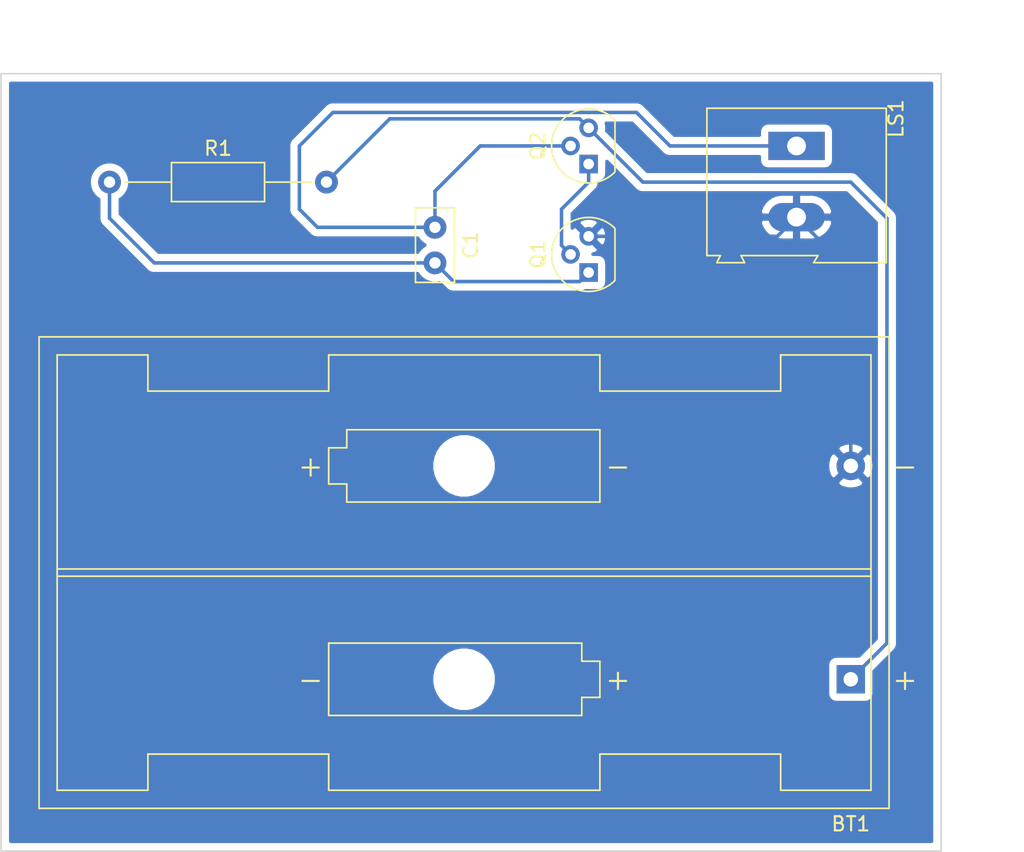
<source format=kicad_pcb>
(kicad_pcb (version 20171130) (host pcbnew 5.1.6-c6e7f7d~86~ubuntu20.04.1)

  (general
    (thickness 1.6)
    (drawings 6)
    (tracks 32)
    (zones 0)
    (modules 6)
    (nets 6)
  )

  (page A4)
  (title_block
    (title Oscilador)
    (date 2020-07-13)
    (company "ISFDyT N213")
    (comment 1 "Lucas Martín Treser")
    (comment 2 "Programación Domótica I")
  )

  (layers
    (0 F.Cu signal)
    (31 B.Cu signal)
    (32 B.Adhes user)
    (33 F.Adhes user)
    (34 B.Paste user)
    (35 F.Paste user)
    (36 B.SilkS user)
    (37 F.SilkS user)
    (38 B.Mask user)
    (39 F.Mask user)
    (40 Dwgs.User user)
    (41 Cmts.User user)
    (42 Eco1.User user)
    (43 Eco2.User user)
    (44 Edge.Cuts user)
    (45 Margin user)
    (46 B.CrtYd user)
    (47 F.CrtYd user)
    (48 B.Fab user)
    (49 F.Fab user)
  )

  (setup
    (last_trace_width 0.25)
    (user_trace_width 0.5)
    (trace_clearance 0.2)
    (zone_clearance 0.508)
    (zone_45_only no)
    (trace_min 0.2)
    (via_size 0.8)
    (via_drill 0.4)
    (via_min_size 0.4)
    (via_min_drill 0.3)
    (uvia_size 0.3)
    (uvia_drill 0.1)
    (uvias_allowed no)
    (uvia_min_size 0.2)
    (uvia_min_drill 0.1)
    (edge_width 0.05)
    (segment_width 0.2)
    (pcb_text_width 0.3)
    (pcb_text_size 1.5 1.5)
    (mod_edge_width 0.12)
    (mod_text_size 1 1)
    (mod_text_width 0.15)
    (pad_size 1.524 1.524)
    (pad_drill 0.762)
    (pad_to_mask_clearance 0.05)
    (aux_axis_origin 0 0)
    (visible_elements FFFFFF7F)
    (pcbplotparams
      (layerselection 0x010fc_ffffffff)
      (usegerberextensions false)
      (usegerberattributes true)
      (usegerberadvancedattributes true)
      (creategerberjobfile true)
      (excludeedgelayer true)
      (linewidth 0.100000)
      (plotframeref false)
      (viasonmask false)
      (mode 1)
      (useauxorigin false)
      (hpglpennumber 1)
      (hpglpenspeed 20)
      (hpglpendiameter 15.000000)
      (psnegative false)
      (psa4output false)
      (plotreference true)
      (plotvalue true)
      (plotinvisibletext false)
      (padsonsilk false)
      (subtractmaskfromsilk false)
      (outputformat 1)
      (mirror false)
      (drillshape 1)
      (scaleselection 1)
      (outputdirectory ""))
  )

  (net 0 "")
  (net 1 "Net-(BT1-Pad2)")
  (net 2 "Net-(BT1-Pad1)")
  (net 3 "Net-(C1-Pad2)")
  (net 4 "Net-(C1-Pad1)")
  (net 5 "Net-(Q1-Pad2)")

  (net_class Default "This is the default net class."
    (clearance 0.2)
    (trace_width 0.25)
    (via_dia 0.8)
    (via_drill 0.4)
    (uvia_dia 0.3)
    (uvia_drill 0.1)
    (add_net "Net-(BT1-Pad1)")
    (add_net "Net-(BT1-Pad2)")
    (add_net "Net-(C1-Pad1)")
    (add_net "Net-(C1-Pad2)")
    (add_net "Net-(Q1-Pad2)")
  )

  (module Resistor_THT:R_Axial_DIN0207_L6.3mm_D2.5mm_P15.24mm_Horizontal (layer F.Cu) (tedit 5AE5139B) (tstamp 5F0D1031)
    (at 116.205 80.645)
    (descr "Resistor, Axial_DIN0207 series, Axial, Horizontal, pin pitch=15.24mm, 0.25W = 1/4W, length*diameter=6.3*2.5mm^2, http://cdn-reichelt.de/documents/datenblatt/B400/1_4W%23YAG.pdf")
    (tags "Resistor Axial_DIN0207 series Axial Horizontal pin pitch 15.24mm 0.25W = 1/4W length 6.3mm diameter 2.5mm")
    (path /5F0CCA16)
    (fp_text reference R1 (at 7.62 -2.37) (layer F.SilkS)
      (effects (font (size 1 1) (thickness 0.15)))
    )
    (fp_text value 39k (at 7.62 2.37) (layer F.Fab)
      (effects (font (size 1 1) (thickness 0.15)))
    )
    (fp_text user %R (at 7.62 0) (layer F.Fab)
      (effects (font (size 1 1) (thickness 0.15)))
    )
    (fp_line (start 4.47 -1.25) (end 4.47 1.25) (layer F.Fab) (width 0.1))
    (fp_line (start 4.47 1.25) (end 10.77 1.25) (layer F.Fab) (width 0.1))
    (fp_line (start 10.77 1.25) (end 10.77 -1.25) (layer F.Fab) (width 0.1))
    (fp_line (start 10.77 -1.25) (end 4.47 -1.25) (layer F.Fab) (width 0.1))
    (fp_line (start 0 0) (end 4.47 0) (layer F.Fab) (width 0.1))
    (fp_line (start 15.24 0) (end 10.77 0) (layer F.Fab) (width 0.1))
    (fp_line (start 4.35 -1.37) (end 4.35 1.37) (layer F.SilkS) (width 0.12))
    (fp_line (start 4.35 1.37) (end 10.89 1.37) (layer F.SilkS) (width 0.12))
    (fp_line (start 10.89 1.37) (end 10.89 -1.37) (layer F.SilkS) (width 0.12))
    (fp_line (start 10.89 -1.37) (end 4.35 -1.37) (layer F.SilkS) (width 0.12))
    (fp_line (start 1.04 0) (end 4.35 0) (layer F.SilkS) (width 0.12))
    (fp_line (start 14.2 0) (end 10.89 0) (layer F.SilkS) (width 0.12))
    (fp_line (start -1.05 -1.5) (end -1.05 1.5) (layer F.CrtYd) (width 0.05))
    (fp_line (start -1.05 1.5) (end 16.29 1.5) (layer F.CrtYd) (width 0.05))
    (fp_line (start 16.29 1.5) (end 16.29 -1.5) (layer F.CrtYd) (width 0.05))
    (fp_line (start 16.29 -1.5) (end -1.05 -1.5) (layer F.CrtYd) (width 0.05))
    (pad 2 thru_hole oval (at 15.24 0) (size 1.6 1.6) (drill 0.8) (layers *.Cu *.Mask)
      (net 2 "Net-(BT1-Pad1)"))
    (pad 1 thru_hole circle (at 0 0) (size 1.6 1.6) (drill 0.8) (layers *.Cu *.Mask)
      (net 3 "Net-(C1-Pad2)"))
    (model ${KISYS3DMOD}/Resistor_THT.3dshapes/R_Axial_DIN0207_L6.3mm_D2.5mm_P15.24mm_Horizontal.wrl
      (at (xyz 0 0 0))
      (scale (xyz 1 1 1))
      (rotate (xyz 0 0 0))
    )
  )

  (module Package_TO_SOT_THT:TO-92 (layer F.Cu) (tedit 5A279852) (tstamp 5F0D101A)
    (at 149.86 79.375 90)
    (descr "TO-92 leads molded, narrow, drill 0.75mm (see NXP sot054_po.pdf)")
    (tags "to-92 sc-43 sc-43a sot54 PA33 transistor")
    (path /5F0CB7E9)
    (fp_text reference Q2 (at 1.27 -3.56 90) (layer F.SilkS)
      (effects (font (size 1 1) (thickness 0.15)))
    )
    (fp_text value BC327 (at 1.915 3.295 90) (layer F.Fab)
      (effects (font (size 1 1) (thickness 0.15)))
    )
    (fp_arc (start 1.27 0) (end 1.27 -2.6) (angle 135) (layer F.SilkS) (width 0.12))
    (fp_arc (start 1.27 0) (end 1.27 -2.48) (angle -135) (layer F.Fab) (width 0.1))
    (fp_arc (start 1.27 0) (end 1.27 -2.6) (angle -135) (layer F.SilkS) (width 0.12))
    (fp_arc (start 1.27 0) (end 1.27 -2.48) (angle 135) (layer F.Fab) (width 0.1))
    (fp_text user %R (at 1.27 -3.56 90) (layer F.Fab)
      (effects (font (size 1 1) (thickness 0.15)))
    )
    (fp_line (start -0.53 1.85) (end 3.07 1.85) (layer F.SilkS) (width 0.12))
    (fp_line (start -0.5 1.75) (end 3 1.75) (layer F.Fab) (width 0.1))
    (fp_line (start -1.46 -2.73) (end 4 -2.73) (layer F.CrtYd) (width 0.05))
    (fp_line (start -1.46 -2.73) (end -1.46 2.01) (layer F.CrtYd) (width 0.05))
    (fp_line (start 4 2.01) (end 4 -2.73) (layer F.CrtYd) (width 0.05))
    (fp_line (start 4 2.01) (end -1.46 2.01) (layer F.CrtYd) (width 0.05))
    (pad 1 thru_hole rect (at 0 0 180) (size 1.3 1.3) (drill 0.75) (layers *.Cu *.Mask)
      (net 5 "Net-(Q1-Pad2)"))
    (pad 3 thru_hole circle (at 2.54 0 180) (size 1.3 1.3) (drill 0.75) (layers *.Cu *.Mask)
      (net 2 "Net-(BT1-Pad1)"))
    (pad 2 thru_hole circle (at 1.27 -1.27 180) (size 1.3 1.3) (drill 0.75) (layers *.Cu *.Mask)
      (net 4 "Net-(C1-Pad1)"))
    (model ${KISYS3DMOD}/Package_TO_SOT_THT.3dshapes/TO-92.wrl
      (at (xyz 0 0 0))
      (scale (xyz 1 1 1))
      (rotate (xyz 0 0 0))
    )
  )

  (module Package_TO_SOT_THT:TO-92 (layer F.Cu) (tedit 5A279852) (tstamp 5F0D1008)
    (at 149.86 86.995 90)
    (descr "TO-92 leads molded, narrow, drill 0.75mm (see NXP sot054_po.pdf)")
    (tags "to-92 sc-43 sc-43a sot54 PA33 transistor")
    (path /5F0CAFED)
    (fp_text reference Q1 (at 1.27 -3.56 90) (layer F.SilkS)
      (effects (font (size 1 1) (thickness 0.15)))
    )
    (fp_text value BC548 (at 1.27 2.79 90) (layer F.Fab)
      (effects (font (size 1 1) (thickness 0.15)))
    )
    (fp_arc (start 1.27 0) (end 1.27 -2.6) (angle 135) (layer F.SilkS) (width 0.12))
    (fp_arc (start 1.27 0) (end 1.27 -2.48) (angle -135) (layer F.Fab) (width 0.1))
    (fp_arc (start 1.27 0) (end 1.27 -2.6) (angle -135) (layer F.SilkS) (width 0.12))
    (fp_arc (start 1.27 0) (end 1.27 -2.48) (angle 135) (layer F.Fab) (width 0.1))
    (fp_text user %R (at 1.27 -3.56 90) (layer F.Fab)
      (effects (font (size 1 1) (thickness 0.15)))
    )
    (fp_line (start -0.53 1.85) (end 3.07 1.85) (layer F.SilkS) (width 0.12))
    (fp_line (start -0.5 1.75) (end 3 1.75) (layer F.Fab) (width 0.1))
    (fp_line (start -1.46 -2.73) (end 4 -2.73) (layer F.CrtYd) (width 0.05))
    (fp_line (start -1.46 -2.73) (end -1.46 2.01) (layer F.CrtYd) (width 0.05))
    (fp_line (start 4 2.01) (end 4 -2.73) (layer F.CrtYd) (width 0.05))
    (fp_line (start 4 2.01) (end -1.46 2.01) (layer F.CrtYd) (width 0.05))
    (pad 1 thru_hole rect (at 0 0 180) (size 1.3 1.3) (drill 0.75) (layers *.Cu *.Mask)
      (net 3 "Net-(C1-Pad2)"))
    (pad 3 thru_hole circle (at 2.54 0 180) (size 1.3 1.3) (drill 0.75) (layers *.Cu *.Mask)
      (net 1 "Net-(BT1-Pad2)"))
    (pad 2 thru_hole circle (at 1.27 -1.27 180) (size 1.3 1.3) (drill 0.75) (layers *.Cu *.Mask)
      (net 5 "Net-(Q1-Pad2)"))
    (model ${KISYS3DMOD}/Package_TO_SOT_THT.3dshapes/TO-92.wrl
      (at (xyz 0 0 0))
      (scale (xyz 1 1 1))
      (rotate (xyz 0 0 0))
    )
  )

  (module TerminalBlock:TerminalBlock_Altech_AK300-2_P5.00mm (layer F.Cu) (tedit 59FF0306) (tstamp 5F0D0FF6)
    (at 164.465 78.105 270)
    (descr "Altech AK300 terminal block, pitch 5.0mm, 45 degree angled, see http://www.mouser.com/ds/2/16/PCBMETRC-24178.pdf")
    (tags "Altech AK300 terminal block pitch 5.0mm")
    (path /5F0CD158)
    (fp_text reference LS1 (at -1.92 -6.99 90) (layer F.SilkS)
      (effects (font (size 1 1) (thickness 0.15)))
    )
    (fp_text value Parlante (at 2.78 7.75 90) (layer F.Fab)
      (effects (font (size 1 1) (thickness 0.15)))
    )
    (fp_arc (start -1.13 -4.65) (end -1.42 -4.13) (angle 104.2) (layer F.Fab) (width 0.1))
    (fp_arc (start -0.01 -3.71) (end -1.62 -5) (angle 100) (layer F.Fab) (width 0.1))
    (fp_arc (start 0.06 -6.07) (end 1.53 -4.12) (angle 75.5) (layer F.Fab) (width 0.1))
    (fp_arc (start 1.03 -4.59) (end 1.53 -5.05) (angle 90.5) (layer F.Fab) (width 0.1))
    (fp_arc (start 3.87 -4.65) (end 3.58 -4.13) (angle 104.2) (layer F.Fab) (width 0.1))
    (fp_arc (start 4.99 -3.71) (end 3.39 -5) (angle 100) (layer F.Fab) (width 0.1))
    (fp_arc (start 5.07 -6.07) (end 6.53 -4.12) (angle 75.5) (layer F.Fab) (width 0.1))
    (fp_arc (start 6.03 -4.59) (end 6.54 -5.05) (angle 90.5) (layer F.Fab) (width 0.1))
    (fp_text user %R (at 2.5 -2 90) (layer F.Fab)
      (effects (font (size 1 1) (thickness 0.15)))
    )
    (fp_line (start -2.65 -6.3) (end -2.65 6.3) (layer F.SilkS) (width 0.12))
    (fp_line (start -2.65 6.3) (end 7.7 6.3) (layer F.SilkS) (width 0.12))
    (fp_line (start 7.7 6.3) (end 7.7 5.35) (layer F.SilkS) (width 0.12))
    (fp_line (start 7.7 5.35) (end 8.2 5.6) (layer F.SilkS) (width 0.12))
    (fp_line (start 8.2 5.6) (end 8.2 3.7) (layer F.SilkS) (width 0.12))
    (fp_line (start 8.2 3.7) (end 8.2 3.65) (layer F.SilkS) (width 0.12))
    (fp_line (start 8.2 3.65) (end 7.7 3.9) (layer F.SilkS) (width 0.12))
    (fp_line (start 7.7 3.9) (end 7.7 -1.5) (layer F.SilkS) (width 0.12))
    (fp_line (start 7.7 -1.5) (end 8.2 -1.2) (layer F.SilkS) (width 0.12))
    (fp_line (start 8.2 -1.2) (end 8.2 -6.3) (layer F.SilkS) (width 0.12))
    (fp_line (start 8.2 -6.3) (end -2.65 -6.3) (layer F.SilkS) (width 0.12))
    (fp_line (start -1.26 2.54) (end 1.28 2.54) (layer F.Fab) (width 0.1))
    (fp_line (start 1.28 2.54) (end 1.28 -0.25) (layer F.Fab) (width 0.1))
    (fp_line (start -1.26 -0.25) (end 1.28 -0.25) (layer F.Fab) (width 0.1))
    (fp_line (start -1.26 2.54) (end -1.26 -0.25) (layer F.Fab) (width 0.1))
    (fp_line (start 3.74 2.54) (end 6.28 2.54) (layer F.Fab) (width 0.1))
    (fp_line (start 6.28 2.54) (end 6.28 -0.25) (layer F.Fab) (width 0.1))
    (fp_line (start 3.74 -0.25) (end 6.28 -0.25) (layer F.Fab) (width 0.1))
    (fp_line (start 3.74 2.54) (end 3.74 -0.25) (layer F.Fab) (width 0.1))
    (fp_line (start 7.61 -6.22) (end 7.61 -3.17) (layer F.Fab) (width 0.1))
    (fp_line (start 7.61 -6.22) (end -2.58 -6.22) (layer F.Fab) (width 0.1))
    (fp_line (start 7.61 -6.22) (end 8.11 -6.22) (layer F.Fab) (width 0.1))
    (fp_line (start 8.11 -6.22) (end 8.11 -1.4) (layer F.Fab) (width 0.1))
    (fp_line (start 8.11 -1.4) (end 7.61 -1.65) (layer F.Fab) (width 0.1))
    (fp_line (start 8.11 5.46) (end 7.61 5.21) (layer F.Fab) (width 0.1))
    (fp_line (start 7.61 5.21) (end 7.61 6.22) (layer F.Fab) (width 0.1))
    (fp_line (start 8.11 3.81) (end 7.61 4.06) (layer F.Fab) (width 0.1))
    (fp_line (start 7.61 4.06) (end 7.61 5.21) (layer F.Fab) (width 0.1))
    (fp_line (start 8.11 3.81) (end 8.11 5.46) (layer F.Fab) (width 0.1))
    (fp_line (start 2.98 6.22) (end 2.98 4.32) (layer F.Fab) (width 0.1))
    (fp_line (start 7.05 -0.25) (end 7.05 4.32) (layer F.Fab) (width 0.1))
    (fp_line (start 2.98 6.22) (end 7.05 6.22) (layer F.Fab) (width 0.1))
    (fp_line (start 7.05 6.22) (end 7.61 6.22) (layer F.Fab) (width 0.1))
    (fp_line (start 2.04 6.22) (end 2.04 4.32) (layer F.Fab) (width 0.1))
    (fp_line (start 2.04 6.22) (end 2.98 6.22) (layer F.Fab) (width 0.1))
    (fp_line (start -2.02 -0.25) (end -2.02 4.32) (layer F.Fab) (width 0.1))
    (fp_line (start -2.58 6.22) (end -2.02 6.22) (layer F.Fab) (width 0.1))
    (fp_line (start -2.02 6.22) (end 2.04 6.22) (layer F.Fab) (width 0.1))
    (fp_line (start 2.98 4.32) (end 7.05 4.32) (layer F.Fab) (width 0.1))
    (fp_line (start 2.98 4.32) (end 2.98 -0.25) (layer F.Fab) (width 0.1))
    (fp_line (start 7.05 4.32) (end 7.05 6.22) (layer F.Fab) (width 0.1))
    (fp_line (start 2.04 4.32) (end -2.02 4.32) (layer F.Fab) (width 0.1))
    (fp_line (start 2.04 4.32) (end 2.04 -0.25) (layer F.Fab) (width 0.1))
    (fp_line (start -2.02 4.32) (end -2.02 6.22) (layer F.Fab) (width 0.1))
    (fp_line (start 6.67 3.68) (end 6.67 0.51) (layer F.Fab) (width 0.1))
    (fp_line (start 6.67 3.68) (end 3.36 3.68) (layer F.Fab) (width 0.1))
    (fp_line (start 3.36 3.68) (end 3.36 0.51) (layer F.Fab) (width 0.1))
    (fp_line (start 1.66 3.68) (end 1.66 0.51) (layer F.Fab) (width 0.1))
    (fp_line (start 1.66 3.68) (end -1.64 3.68) (layer F.Fab) (width 0.1))
    (fp_line (start -1.64 3.68) (end -1.64 0.51) (layer F.Fab) (width 0.1))
    (fp_line (start -1.64 0.51) (end -1.26 0.51) (layer F.Fab) (width 0.1))
    (fp_line (start 1.66 0.51) (end 1.28 0.51) (layer F.Fab) (width 0.1))
    (fp_line (start 3.36 0.51) (end 3.74 0.51) (layer F.Fab) (width 0.1))
    (fp_line (start 6.67 0.51) (end 6.28 0.51) (layer F.Fab) (width 0.1))
    (fp_line (start -2.58 6.22) (end -2.58 -0.64) (layer F.Fab) (width 0.1))
    (fp_line (start -2.58 -0.64) (end -2.58 -3.17) (layer F.Fab) (width 0.1))
    (fp_line (start 7.61 -1.65) (end 7.61 -0.64) (layer F.Fab) (width 0.1))
    (fp_line (start 7.61 -0.64) (end 7.61 4.06) (layer F.Fab) (width 0.1))
    (fp_line (start -2.58 -3.17) (end 7.61 -3.17) (layer F.Fab) (width 0.1))
    (fp_line (start -2.58 -3.17) (end -2.58 -6.22) (layer F.Fab) (width 0.1))
    (fp_line (start 7.61 -3.17) (end 7.61 -1.65) (layer F.Fab) (width 0.1))
    (fp_line (start 2.98 -3.43) (end 2.98 -5.97) (layer F.Fab) (width 0.1))
    (fp_line (start 2.98 -5.97) (end 7.05 -5.97) (layer F.Fab) (width 0.1))
    (fp_line (start 7.05 -5.97) (end 7.05 -3.43) (layer F.Fab) (width 0.1))
    (fp_line (start 7.05 -3.43) (end 2.98 -3.43) (layer F.Fab) (width 0.1))
    (fp_line (start 2.04 -3.43) (end 2.04 -5.97) (layer F.Fab) (width 0.1))
    (fp_line (start 2.04 -3.43) (end -2.02 -3.43) (layer F.Fab) (width 0.1))
    (fp_line (start -2.02 -3.43) (end -2.02 -5.97) (layer F.Fab) (width 0.1))
    (fp_line (start 2.04 -5.97) (end -2.02 -5.97) (layer F.Fab) (width 0.1))
    (fp_line (start 3.39 -4.45) (end 6.44 -5.08) (layer F.Fab) (width 0.1))
    (fp_line (start 3.52 -4.32) (end 6.56 -4.95) (layer F.Fab) (width 0.1))
    (fp_line (start -1.62 -4.45) (end 1.44 -5.08) (layer F.Fab) (width 0.1))
    (fp_line (start -1.49 -4.32) (end 1.56 -4.95) (layer F.Fab) (width 0.1))
    (fp_line (start -2.02 -0.25) (end -1.64 -0.25) (layer F.Fab) (width 0.1))
    (fp_line (start 2.04 -0.25) (end 1.66 -0.25) (layer F.Fab) (width 0.1))
    (fp_line (start 1.66 -0.25) (end -1.64 -0.25) (layer F.Fab) (width 0.1))
    (fp_line (start -2.58 -0.64) (end -1.64 -0.64) (layer F.Fab) (width 0.1))
    (fp_line (start -1.64 -0.64) (end 1.66 -0.64) (layer F.Fab) (width 0.1))
    (fp_line (start 1.66 -0.64) (end 3.36 -0.64) (layer F.Fab) (width 0.1))
    (fp_line (start 7.61 -0.64) (end 6.67 -0.64) (layer F.Fab) (width 0.1))
    (fp_line (start 6.67 -0.64) (end 3.36 -0.64) (layer F.Fab) (width 0.1))
    (fp_line (start 7.05 -0.25) (end 6.67 -0.25) (layer F.Fab) (width 0.1))
    (fp_line (start 2.98 -0.25) (end 3.36 -0.25) (layer F.Fab) (width 0.1))
    (fp_line (start 3.36 -0.25) (end 6.67 -0.25) (layer F.Fab) (width 0.1))
    (fp_line (start -2.83 -6.47) (end 8.36 -6.47) (layer F.CrtYd) (width 0.05))
    (fp_line (start -2.83 -6.47) (end -2.83 6.47) (layer F.CrtYd) (width 0.05))
    (fp_line (start 8.36 6.47) (end 8.36 -6.47) (layer F.CrtYd) (width 0.05))
    (fp_line (start 8.36 6.47) (end -2.83 6.47) (layer F.CrtYd) (width 0.05))
    (pad 2 thru_hole oval (at 5 0 270) (size 1.98 3.96) (drill 1.32) (layers *.Cu *.Mask)
      (net 1 "Net-(BT1-Pad2)"))
    (pad 1 thru_hole rect (at 0 0 270) (size 1.98 3.96) (drill 1.32) (layers *.Cu *.Mask)
      (net 4 "Net-(C1-Pad1)"))
    (model ${KISYS3DMOD}/TerminalBlock.3dshapes/TerminalBlock_Altech_AK300-2_P5.00mm.wrl
      (at (xyz 0 0 0))
      (scale (xyz 1 1 1))
      (rotate (xyz 0 0 0))
    )
  )

  (module Capacitor_THT:C_Disc_D5.0mm_W2.5mm_P2.50mm (layer F.Cu) (tedit 5AE50EF0) (tstamp 5F0D0F8F)
    (at 139.065 83.82 270)
    (descr "C, Disc series, Radial, pin pitch=2.50mm, , diameter*width=5*2.5mm^2, Capacitor, http://cdn-reichelt.de/documents/datenblatt/B300/DS_KERKO_TC.pdf")
    (tags "C Disc series Radial pin pitch 2.50mm  diameter 5mm width 2.5mm Capacitor")
    (path /5F0CBEF5)
    (fp_text reference C1 (at 1.25 -2.5 90) (layer F.SilkS)
      (effects (font (size 1 1) (thickness 0.15)))
    )
    (fp_text value 0.01µF (at 1.25 2.5 90) (layer F.Fab)
      (effects (font (size 1 1) (thickness 0.15)))
    )
    (fp_text user %R (at 1.25 0 90) (layer F.Fab)
      (effects (font (size 1 1) (thickness 0.15)))
    )
    (fp_line (start -1.25 -1.25) (end -1.25 1.25) (layer F.Fab) (width 0.1))
    (fp_line (start -1.25 1.25) (end 3.75 1.25) (layer F.Fab) (width 0.1))
    (fp_line (start 3.75 1.25) (end 3.75 -1.25) (layer F.Fab) (width 0.1))
    (fp_line (start 3.75 -1.25) (end -1.25 -1.25) (layer F.Fab) (width 0.1))
    (fp_line (start -1.37 -1.37) (end 3.87 -1.37) (layer F.SilkS) (width 0.12))
    (fp_line (start -1.37 1.37) (end 3.87 1.37) (layer F.SilkS) (width 0.12))
    (fp_line (start -1.37 -1.37) (end -1.37 1.37) (layer F.SilkS) (width 0.12))
    (fp_line (start 3.87 -1.37) (end 3.87 1.37) (layer F.SilkS) (width 0.12))
    (fp_line (start -1.5 -1.5) (end -1.5 1.5) (layer F.CrtYd) (width 0.05))
    (fp_line (start -1.5 1.5) (end 4 1.5) (layer F.CrtYd) (width 0.05))
    (fp_line (start 4 1.5) (end 4 -1.5) (layer F.CrtYd) (width 0.05))
    (fp_line (start 4 -1.5) (end -1.5 -1.5) (layer F.CrtYd) (width 0.05))
    (pad 2 thru_hole circle (at 2.5 0 270) (size 1.6 1.6) (drill 0.8) (layers *.Cu *.Mask)
      (net 3 "Net-(C1-Pad2)"))
    (pad 1 thru_hole circle (at 0 0 270) (size 1.6 1.6) (drill 0.8) (layers *.Cu *.Mask)
      (net 4 "Net-(C1-Pad1)"))
    (model ${KISYS3DMOD}/Capacitor_THT.3dshapes/C_Disc_D5.0mm_W2.5mm_P2.50mm.wrl
      (at (xyz 0 0 0))
      (scale (xyz 1 1 1))
      (rotate (xyz 0 0 0))
    )
  )

  (module Battery:BatteryHolder_Keystone_2462_2xAA (layer F.Cu) (tedit 5BB4D45D) (tstamp 5F0D0F7C)
    (at 168.275 115.57 180)
    (descr "2xAA cell battery holder, Keystone P/N 2462, https://www.keyelco.com/product-pdf.cfm?p=1027")
    (tags "AA battery cell holder")
    (path /5F0CD858)
    (fp_text reference BT1 (at 0 -10.16 180) (layer F.SilkS)
      (effects (font (size 1 1) (thickness 0.15)))
    )
    (fp_text value 3V (at 27.165 8.715) (layer F.Fab)
      (effects (font (size 1 1) (thickness 0.15)))
    )
    (fp_text user - (at -3.81 14.99) (layer F.SilkS)
      (effects (font (size 1.5 1.5) (thickness 0.15)))
    )
    (fp_text user + (at -3.81 0) (layer F.SilkS)
      (effects (font (size 1.5 1.5) (thickness 0.15)))
    )
    (fp_text user - (at 16.355 14.99) (layer F.SilkS)
      (effects (font (size 1.5 1.5) (thickness 0.15)))
    )
    (fp_text user + (at 37.945 14.99) (layer F.SilkS)
      (effects (font (size 1.5 1.5) (thickness 0.15)))
    )
    (fp_text user %R (at 0 -10.16) (layer F.Fab)
      (effects (font (size 1 1) (thickness 0.15)))
    )
    (fp_text user + (at 16.355 0) (layer F.SilkS)
      (effects (font (size 1.5 1.5) (thickness 0.15)))
    )
    (fp_text user - (at 37.945 0) (layer F.SilkS)
      (effects (font (size 1.5 1.5) (thickness 0.15)))
    )
    (fp_line (start 57.17 24.21) (end 57.17 -9.22) (layer F.CrtYd) (width 0.05))
    (fp_line (start -2.84 24.21) (end 57.17 24.21) (layer F.CrtYd) (width 0.05))
    (fp_line (start -2.84 -9.22) (end -2.84 24.21) (layer F.CrtYd) (width 0.05))
    (fp_line (start 57.17 -9.22) (end -2.84 -9.22) (layer F.CrtYd) (width 0.05))
    (fp_line (start 57.02 24.055) (end 57.02 -9.065) (layer F.SilkS) (width 0.12))
    (fp_line (start -2.69 24.055) (end 57.02 24.055) (layer F.SilkS) (width 0.12))
    (fp_line (start -2.69 -9.065) (end -2.69 24.055) (layer F.SilkS) (width 0.12))
    (fp_line (start 57.02 -9.065) (end -2.69 -9.065) (layer F.SilkS) (width 0.12))
    (fp_line (start 17.625 17.53) (end 17.625 12.45) (layer F.SilkS) (width 0.12))
    (fp_line (start 17.625 12.45) (end 35.405 12.45) (layer F.SilkS) (width 0.12))
    (fp_line (start 35.405 12.45) (end 35.405 13.72) (layer F.SilkS) (width 0.12))
    (fp_line (start 35.405 13.72) (end 36.675 13.72) (layer F.SilkS) (width 0.12))
    (fp_line (start 36.675 13.72) (end 36.675 16.26) (layer F.SilkS) (width 0.12))
    (fp_line (start 36.675 16.26) (end 35.405 16.26) (layer F.SilkS) (width 0.12))
    (fp_line (start 35.405 16.26) (end 35.405 17.53) (layer F.SilkS) (width 0.12))
    (fp_line (start 35.405 17.53) (end 17.625 17.53) (layer F.SilkS) (width 0.12))
    (fp_line (start 36.675 -1.27) (end 36.675 2.54) (layer F.SilkS) (width 0.12))
    (fp_line (start 36.675 2.54) (end 18.895 2.54) (layer F.SilkS) (width 0.12))
    (fp_line (start 18.895 2.54) (end 18.895 1.27) (layer F.SilkS) (width 0.12))
    (fp_line (start 18.895 1.27) (end 17.625 1.27) (layer F.SilkS) (width 0.12))
    (fp_line (start 17.625 1.27) (end 17.625 -1.27) (layer F.SilkS) (width 0.12))
    (fp_line (start 17.625 -1.27) (end 18.895 -1.27) (layer F.SilkS) (width 0.12))
    (fp_line (start 18.895 -1.27) (end 18.895 -2.54) (layer F.SilkS) (width 0.12))
    (fp_line (start 18.895 -2.54) (end 36.675 -2.54) (layer F.SilkS) (width 0.12))
    (fp_line (start 36.675 -2.54) (end 36.675 -1.27) (layer F.SilkS) (width 0.12))
    (fp_line (start -1.42 7.241) (end 55.75 7.241) (layer F.SilkS) (width 0.12))
    (fp_line (start 55.75 7.749) (end -1.42 7.749) (layer F.SilkS) (width 0.12))
    (fp_line (start 17.625 20.245) (end 17.625 22.785) (layer F.SilkS) (width 0.12))
    (fp_line (start 17.625 22.785) (end 36.675 22.785) (layer F.SilkS) (width 0.12))
    (fp_line (start 36.675 22.785) (end 36.675 20.245) (layer F.SilkS) (width 0.12))
    (fp_line (start 49.375 -5.255) (end 36.675 -5.255) (layer F.SilkS) (width 0.12))
    (fp_line (start 36.675 -5.255) (end 36.675 -7.795) (layer F.SilkS) (width 0.12))
    (fp_line (start 36.675 -7.795) (end 17.625 -7.795) (layer F.SilkS) (width 0.12))
    (fp_line (start 17.625 -7.795) (end 17.625 -5.255) (layer F.SilkS) (width 0.12))
    (fp_line (start 49.375 20.245) (end 36.675 20.245) (layer F.SilkS) (width 0.12))
    (fp_line (start 4.925 -5.255) (end 17.625 -5.255) (layer F.SilkS) (width 0.12))
    (fp_line (start 4.925 -5.255) (end 4.925 -7.795) (layer F.SilkS) (width 0.12))
    (fp_line (start 4.925 -7.795) (end -1.42 -7.795) (layer F.SilkS) (width 0.12))
    (fp_line (start -1.42 -7.795) (end -1.42 22.785) (layer F.SilkS) (width 0.12))
    (fp_line (start -1.42 22.785) (end 4.925 22.785) (layer F.SilkS) (width 0.12))
    (fp_line (start 4.925 22.785) (end 4.925 20.245) (layer F.SilkS) (width 0.12))
    (fp_line (start 4.925 20.245) (end 17.625 20.245) (layer F.SilkS) (width 0.12))
    (fp_line (start 55.75 -7.795) (end 49.375 -7.795) (layer F.SilkS) (width 0.12))
    (fp_line (start 49.375 -7.795) (end 49.375 -5.255) (layer F.SilkS) (width 0.12))
    (fp_line (start 55.75 -7.795) (end 55.75 22.785) (layer F.SilkS) (width 0.12))
    (fp_line (start 55.75 22.785) (end 49.375 22.785) (layer F.SilkS) (width 0.12))
    (fp_line (start 49.375 22.785) (end 49.375 20.245) (layer F.SilkS) (width 0.12))
    (fp_line (start -2.59 23.955) (end -2.59 -8.965) (layer F.Fab) (width 0.1))
    (fp_line (start 56.92 23.955) (end 56.92 -8.965) (layer F.Fab) (width 0.1))
    (fp_line (start -2.59 23.955) (end 56.92 23.955) (layer F.Fab) (width 0.1))
    (fp_line (start -2.59 -8.965) (end 56.92 -8.965) (layer F.Fab) (width 0.1))
    (pad "" np_thru_hole circle (at 27.165 0 180) (size 3.3 3.3) (drill 3.3) (layers *.Cu *.Mask))
    (pad "" np_thru_hole circle (at 27.165 14.99 180) (size 3.3 3.3) (drill 3.3) (layers *.Cu *.Mask))
    (pad 2 thru_hole circle (at 0 14.99 180) (size 2 2) (drill 1.02) (layers *.Cu *.Mask)
      (net 1 "Net-(BT1-Pad2)"))
    (pad 1 thru_hole rect (at 0 0 180) (size 2 2) (drill 1.02) (layers *.Cu *.Mask)
      (net 2 "Net-(BT1-Pad1)"))
    (model ${KISYS3DMOD}/Battery.3dshapes/BatteryHolder_Keystone_2462_2xAA.wrl
      (at (xyz 0 0 0))
      (scale (xyz 1 1 1))
      (rotate (xyz 0 0 0))
    )
  )

  (dimension 54.61 (width 0.15) (layer Dwgs.User)
    (gr_text "54,610 mm" (at 179.1 100.33 270) (layer Dwgs.User)
      (effects (font (size 1 1) (thickness 0.15)))
    )
    (feature1 (pts (xy 174.625 127.635) (xy 178.386421 127.635)))
    (feature2 (pts (xy 174.625 73.025) (xy 178.386421 73.025)))
    (crossbar (pts (xy 177.8 73.025) (xy 177.8 127.635)))
    (arrow1a (pts (xy 177.8 127.635) (xy 177.213579 126.508496)))
    (arrow1b (pts (xy 177.8 127.635) (xy 178.386421 126.508496)))
    (arrow2a (pts (xy 177.8 73.025) (xy 177.213579 74.151504)))
    (arrow2b (pts (xy 177.8 73.025) (xy 178.386421 74.151504)))
  )
  (dimension 66.04 (width 0.15) (layer Dwgs.User)
    (gr_text "66,040 mm" (at 141.605 68.55) (layer Dwgs.User)
      (effects (font (size 1 1) (thickness 0.15)))
    )
    (feature1 (pts (xy 174.625 73.025) (xy 174.625 69.263579)))
    (feature2 (pts (xy 108.585 73.025) (xy 108.585 69.263579)))
    (crossbar (pts (xy 108.585 69.85) (xy 174.625 69.85)))
    (arrow1a (pts (xy 174.625 69.85) (xy 173.498496 70.436421)))
    (arrow1b (pts (xy 174.625 69.85) (xy 173.498496 69.263579)))
    (arrow2a (pts (xy 108.585 69.85) (xy 109.711504 70.436421)))
    (arrow2b (pts (xy 108.585 69.85) (xy 109.711504 69.263579)))
  )
  (gr_line (start 174.625 73.025) (end 174.625 127.635) (layer Edge.Cuts) (width 0.1))
  (gr_line (start 108.585 73.025) (end 174.625 73.025) (layer Edge.Cuts) (width 0.1))
  (gr_line (start 108.585 127.635) (end 108.585 73.025) (layer Edge.Cuts) (width 0.1))
  (gr_line (start 174.625 127.635) (end 108.585 127.635) (layer Edge.Cuts) (width 0.1))

  (segment (start 163.115 84.455) (end 164.465 83.105) (width 0.25) (layer B.Cu) (net 1))
  (segment (start 149.86 84.455) (end 163.115 84.455) (width 0.25) (layer B.Cu) (net 1))
  (segment (start 168.275 86.915) (end 164.465 83.105) (width 0.25) (layer B.Cu) (net 1))
  (segment (start 168.275 100.58) (end 168.275 86.915) (width 0.25) (layer B.Cu) (net 1))
  (segment (start 149.225 76.2) (end 149.86 76.835) (width 0.25) (layer B.Cu) (net 2))
  (segment (start 135.89 76.2) (end 149.225 76.2) (width 0.25) (layer B.Cu) (net 2))
  (segment (start 131.445 80.645) (end 135.89 76.2) (width 0.25) (layer B.Cu) (net 2))
  (segment (start 149.86 76.835) (end 153.67 80.645) (width 0.25) (layer B.Cu) (net 2))
  (segment (start 153.67 80.645) (end 168.275 80.645) (width 0.25) (layer B.Cu) (net 2))
  (segment (start 168.275 80.645) (end 170.815 83.185) (width 0.25) (layer B.Cu) (net 2))
  (segment (start 170.815 113.03) (end 168.275 115.57) (width 0.25) (layer B.Cu) (net 2))
  (segment (start 170.815 83.185) (end 170.815 113.03) (width 0.25) (layer B.Cu) (net 2))
  (segment (start 139.065 86.32) (end 140.375 87.63) (width 0.25) (layer B.Cu) (net 3))
  (segment (start 149.225 87.63) (end 149.86 86.995) (width 0.25) (layer B.Cu) (net 3))
  (segment (start 140.375 87.63) (end 149.225 87.63) (width 0.25) (layer B.Cu) (net 3))
  (segment (start 116.205 80.645) (end 116.205 83.185) (width 0.25) (layer B.Cu) (net 3))
  (segment (start 119.34 86.32) (end 139.065 86.32) (width 0.25) (layer B.Cu) (net 3))
  (segment (start 116.205 83.185) (end 119.34 86.32) (width 0.25) (layer B.Cu) (net 3))
  (segment (start 148.59 78.105) (end 142.24 78.105) (width 0.25) (layer B.Cu) (net 4))
  (segment (start 139.065 81.28) (end 139.065 83.82) (width 0.25) (layer B.Cu) (net 4))
  (segment (start 142.24 78.105) (end 139.065 81.28) (width 0.25) (layer B.Cu) (net 4))
  (segment (start 129.54 82.55) (end 130.81 83.82) (width 0.25) (layer B.Cu) (net 4))
  (segment (start 129.54 78.105) (end 129.54 82.55) (width 0.25) (layer B.Cu) (net 4))
  (segment (start 131.895009 75.749991) (end 129.54 78.105) (width 0.25) (layer B.Cu) (net 4))
  (segment (start 153.219991 75.749991) (end 131.895009 75.749991) (width 0.25) (layer B.Cu) (net 4))
  (segment (start 130.81 83.82) (end 139.065 83.82) (width 0.25) (layer B.Cu) (net 4))
  (segment (start 155.575 78.105) (end 153.219991 75.749991) (width 0.25) (layer B.Cu) (net 4))
  (segment (start 164.465 78.105) (end 155.575 78.105) (width 0.25) (layer B.Cu) (net 4))
  (segment (start 149.86 79.375) (end 149.86 80.645) (width 0.25) (layer B.Cu) (net 5))
  (segment (start 149.86 80.645) (end 147.955 82.55) (width 0.25) (layer B.Cu) (net 5))
  (segment (start 147.955 82.55) (end 147.955 85.09) (width 0.25) (layer B.Cu) (net 5))
  (segment (start 147.955 85.09) (end 148.59 85.725) (width 0.25) (layer B.Cu) (net 5))

  (zone (net 1) (net_name "Net-(BT1-Pad2)") (layer B.Cu) (tstamp 0) (hatch edge 0.508)
    (connect_pads (clearance 0.508))
    (min_thickness 0.254)
    (fill yes (arc_segments 32) (thermal_gap 0.508) (thermal_bridge_width 0.508))
    (polygon
      (pts
        (xy 174.625 127.635) (xy 108.585 127.635) (xy 108.585 73.025) (xy 174.625 73.025)
      )
    )
    (filled_polygon
      (pts
        (xy 173.940001 126.95) (xy 109.27 126.95) (xy 109.27 115.344947) (xy 138.825 115.344947) (xy 138.825 115.795053)
        (xy 138.912811 116.23651) (xy 139.085059 116.652353) (xy 139.335125 117.026603) (xy 139.653397 117.344875) (xy 140.027647 117.594941)
        (xy 140.44349 117.767189) (xy 140.884947 117.855) (xy 141.335053 117.855) (xy 141.77651 117.767189) (xy 142.192353 117.594941)
        (xy 142.566603 117.344875) (xy 142.884875 117.026603) (xy 143.134941 116.652353) (xy 143.307189 116.23651) (xy 143.395 115.795053)
        (xy 143.395 115.344947) (xy 143.307189 114.90349) (xy 143.134941 114.487647) (xy 142.884875 114.113397) (xy 142.566603 113.795125)
        (xy 142.192353 113.545059) (xy 141.77651 113.372811) (xy 141.335053 113.285) (xy 140.884947 113.285) (xy 140.44349 113.372811)
        (xy 140.027647 113.545059) (xy 139.653397 113.795125) (xy 139.335125 114.113397) (xy 139.085059 114.487647) (xy 138.912811 114.90349)
        (xy 138.825 115.344947) (xy 109.27 115.344947) (xy 109.27 100.354947) (xy 138.825 100.354947) (xy 138.825 100.805053)
        (xy 138.912811 101.24651) (xy 139.085059 101.662353) (xy 139.335125 102.036603) (xy 139.653397 102.354875) (xy 140.027647 102.604941)
        (xy 140.44349 102.777189) (xy 140.884947 102.865) (xy 141.335053 102.865) (xy 141.77651 102.777189) (xy 142.192353 102.604941)
        (xy 142.566603 102.354875) (xy 142.884875 102.036603) (xy 143.099487 101.715413) (xy 167.319192 101.715413) (xy 167.414956 101.979814)
        (xy 167.704571 102.120704) (xy 168.016108 102.202384) (xy 168.337595 102.221718) (xy 168.656675 102.177961) (xy 168.961088 102.072795)
        (xy 169.135044 101.979814) (xy 169.230808 101.715413) (xy 168.275 100.759605) (xy 167.319192 101.715413) (xy 143.099487 101.715413)
        (xy 143.134941 101.662353) (xy 143.307189 101.24651) (xy 143.395 100.805053) (xy 143.395 100.642595) (xy 166.633282 100.642595)
        (xy 166.677039 100.961675) (xy 166.782205 101.266088) (xy 166.875186 101.440044) (xy 167.139587 101.535808) (xy 168.095395 100.58)
        (xy 168.454605 100.58) (xy 169.410413 101.535808) (xy 169.674814 101.440044) (xy 169.815704 101.150429) (xy 169.897384 100.838892)
        (xy 169.916718 100.517405) (xy 169.872961 100.198325) (xy 169.767795 99.893912) (xy 169.674814 99.719956) (xy 169.410413 99.624192)
        (xy 168.454605 100.58) (xy 168.095395 100.58) (xy 167.139587 99.624192) (xy 166.875186 99.719956) (xy 166.734296 100.009571)
        (xy 166.652616 100.321108) (xy 166.633282 100.642595) (xy 143.395 100.642595) (xy 143.395 100.354947) (xy 143.307189 99.91349)
        (xy 143.134941 99.497647) (xy 143.099488 99.444587) (xy 167.319192 99.444587) (xy 168.275 100.400395) (xy 169.230808 99.444587)
        (xy 169.135044 99.180186) (xy 168.845429 99.039296) (xy 168.533892 98.957616) (xy 168.212405 98.938282) (xy 167.893325 98.982039)
        (xy 167.588912 99.087205) (xy 167.414956 99.180186) (xy 167.319192 99.444587) (xy 143.099488 99.444587) (xy 142.884875 99.123397)
        (xy 142.566603 98.805125) (xy 142.192353 98.555059) (xy 141.77651 98.382811) (xy 141.335053 98.295) (xy 140.884947 98.295)
        (xy 140.44349 98.382811) (xy 140.027647 98.555059) (xy 139.653397 98.805125) (xy 139.335125 99.123397) (xy 139.085059 99.497647)
        (xy 138.912811 99.91349) (xy 138.825 100.354947) (xy 109.27 100.354947) (xy 109.27 80.503665) (xy 114.77 80.503665)
        (xy 114.77 80.786335) (xy 114.825147 81.063574) (xy 114.93332 81.324727) (xy 115.090363 81.559759) (xy 115.290241 81.759637)
        (xy 115.445 81.863044) (xy 115.445001 83.147667) (xy 115.441324 83.185) (xy 115.445001 83.222333) (xy 115.452553 83.299003)
        (xy 115.455998 83.333985) (xy 115.499454 83.477246) (xy 115.570026 83.609276) (xy 115.620693 83.671013) (xy 115.665 83.725001)
        (xy 115.693998 83.748799) (xy 118.7762 86.831002) (xy 118.799999 86.860001) (xy 118.828997 86.883799) (xy 118.915724 86.954974)
        (xy 119.047753 87.025546) (xy 119.191014 87.069003) (xy 119.34 87.083677) (xy 119.377333 87.08) (xy 137.846957 87.08)
        (xy 137.950363 87.234759) (xy 138.150241 87.434637) (xy 138.385273 87.59168) (xy 138.646426 87.699853) (xy 138.923665 87.755)
        (xy 139.206335 87.755) (xy 139.388886 87.718688) (xy 139.811201 88.141003) (xy 139.834999 88.170001) (xy 139.950724 88.264974)
        (xy 140.082753 88.335546) (xy 140.226014 88.379003) (xy 140.337667 88.39) (xy 140.337675 88.39) (xy 140.375 88.393676)
        (xy 140.412325 88.39) (xy 149.187678 88.39) (xy 149.225 88.393676) (xy 149.262322 88.39) (xy 149.262333 88.39)
        (xy 149.373986 88.379003) (xy 149.517247 88.335546) (xy 149.615418 88.283072) (xy 150.51 88.283072) (xy 150.634482 88.270812)
        (xy 150.75418 88.234502) (xy 150.864494 88.175537) (xy 150.961185 88.096185) (xy 151.040537 87.999494) (xy 151.099502 87.88918)
        (xy 151.135812 87.769482) (xy 151.148072 87.645) (xy 151.148072 86.345) (xy 151.135812 86.220518) (xy 151.099502 86.10082)
        (xy 151.040537 85.990506) (xy 150.961185 85.893815) (xy 150.864494 85.814463) (xy 150.75418 85.755498) (xy 150.634482 85.719188)
        (xy 150.51 85.706928) (xy 150.169704 85.706928) (xy 150.186449 85.70427) (xy 150.423896 85.616578) (xy 150.512534 85.569201)
        (xy 150.565922 85.340527) (xy 149.86 84.634605) (xy 149.845858 84.648748) (xy 149.666253 84.469143) (xy 149.680395 84.455)
        (xy 150.039605 84.455) (xy 150.745527 85.160922) (xy 150.974201 85.107534) (xy 151.080095 84.877626) (xy 151.139102 84.631476)
        (xy 151.148952 84.378545) (xy 151.10927 84.128551) (xy 151.021578 83.891104) (xy 150.974201 83.802466) (xy 150.745527 83.749078)
        (xy 150.039605 84.455) (xy 149.680395 84.455) (xy 148.974473 83.749078) (xy 148.745799 83.802466) (xy 148.715 83.869334)
        (xy 148.715 83.569473) (xy 149.154078 83.569473) (xy 149.86 84.275395) (xy 150.565922 83.569473) (xy 150.545936 83.483865)
        (xy 161.894782 83.483865) (xy 161.925095 83.609528) (xy 162.053304 83.902205) (xy 162.236148 84.164246) (xy 162.466601 84.385581)
        (xy 162.735806 84.557704) (xy 163.033418 84.674) (xy 163.348 84.73) (xy 164.338 84.73) (xy 164.338 83.232)
        (xy 164.592 83.232) (xy 164.592 84.73) (xy 165.582 84.73) (xy 165.896582 84.674) (xy 166.194194 84.557704)
        (xy 166.463399 84.385581) (xy 166.693852 84.164246) (xy 166.876696 83.902205) (xy 167.004905 83.609528) (xy 167.035218 83.483865)
        (xy 166.91574 83.232) (xy 164.592 83.232) (xy 164.338 83.232) (xy 162.01426 83.232) (xy 161.894782 83.483865)
        (xy 150.545936 83.483865) (xy 150.512534 83.340799) (xy 150.282626 83.234905) (xy 150.036476 83.175898) (xy 149.783545 83.166048)
        (xy 149.533551 83.20573) (xy 149.296104 83.293422) (xy 149.207466 83.340799) (xy 149.154078 83.569473) (xy 148.715 83.569473)
        (xy 148.715 82.864801) (xy 148.853666 82.726135) (xy 161.894782 82.726135) (xy 162.01426 82.978) (xy 164.338 82.978)
        (xy 164.338 81.48) (xy 164.592 81.48) (xy 164.592 82.978) (xy 166.91574 82.978) (xy 167.035218 82.726135)
        (xy 167.004905 82.600472) (xy 166.876696 82.307795) (xy 166.693852 82.045754) (xy 166.463399 81.824419) (xy 166.194194 81.652296)
        (xy 165.896582 81.536) (xy 165.582 81.48) (xy 164.592 81.48) (xy 164.338 81.48) (xy 163.348 81.48)
        (xy 163.033418 81.536) (xy 162.735806 81.652296) (xy 162.466601 81.824419) (xy 162.236148 82.045754) (xy 162.053304 82.307795)
        (xy 161.925095 82.600472) (xy 161.894782 82.726135) (xy 148.853666 82.726135) (xy 150.371003 81.208799) (xy 150.400001 81.185001)
        (xy 150.494974 81.069276) (xy 150.565546 80.937247) (xy 150.609003 80.793986) (xy 150.62 80.682333) (xy 150.62 80.682323)
        (xy 150.622992 80.651944) (xy 150.634482 80.650812) (xy 150.75418 80.614502) (xy 150.864494 80.555537) (xy 150.961185 80.476185)
        (xy 151.040537 80.379494) (xy 151.099502 80.26918) (xy 151.135812 80.149482) (xy 151.148072 80.025) (xy 151.148072 79.197873)
        (xy 153.1062 81.156002) (xy 153.129999 81.185001) (xy 153.245724 81.279974) (xy 153.377753 81.350546) (xy 153.521014 81.394003)
        (xy 153.632667 81.405) (xy 153.632675 81.405) (xy 153.67 81.408676) (xy 153.707325 81.405) (xy 167.960199 81.405)
        (xy 170.055 83.499803) (xy 170.055001 112.715196) (xy 168.83827 113.931928) (xy 167.275 113.931928) (xy 167.150518 113.944188)
        (xy 167.03082 113.980498) (xy 166.920506 114.039463) (xy 166.823815 114.118815) (xy 166.744463 114.215506) (xy 166.685498 114.32582)
        (xy 166.649188 114.445518) (xy 166.636928 114.57) (xy 166.636928 116.57) (xy 166.649188 116.694482) (xy 166.685498 116.81418)
        (xy 166.744463 116.924494) (xy 166.823815 117.021185) (xy 166.920506 117.100537) (xy 167.03082 117.159502) (xy 167.150518 117.195812)
        (xy 167.275 117.208072) (xy 169.275 117.208072) (xy 169.399482 117.195812) (xy 169.51918 117.159502) (xy 169.629494 117.100537)
        (xy 169.726185 117.021185) (xy 169.805537 116.924494) (xy 169.864502 116.81418) (xy 169.900812 116.694482) (xy 169.913072 116.57)
        (xy 169.913072 115.00673) (xy 171.326008 113.593795) (xy 171.355001 113.570001) (xy 171.378795 113.541008) (xy 171.378799 113.541004)
        (xy 171.449973 113.454277) (xy 171.449974 113.454276) (xy 171.520546 113.322247) (xy 171.564003 113.178986) (xy 171.575 113.067333)
        (xy 171.575 113.067324) (xy 171.578676 113.030001) (xy 171.575 112.992678) (xy 171.575 83.222322) (xy 171.578676 83.184999)
        (xy 171.575 83.147676) (xy 171.575 83.147667) (xy 171.564003 83.036014) (xy 171.520546 82.892753) (xy 171.449974 82.760724)
        (xy 171.421588 82.726135) (xy 171.378799 82.673996) (xy 171.378795 82.673992) (xy 171.355001 82.644999) (xy 171.326009 82.621206)
        (xy 168.838804 80.134003) (xy 168.815001 80.104999) (xy 168.699276 80.010026) (xy 168.567247 79.939454) (xy 168.423986 79.895997)
        (xy 168.312333 79.885) (xy 168.312322 79.885) (xy 168.275 79.881324) (xy 168.237678 79.885) (xy 153.984802 79.885)
        (xy 151.131124 77.031323) (xy 151.145 76.961561) (xy 151.145 76.708439) (xy 151.105527 76.509991) (xy 152.90519 76.509991)
        (xy 155.011201 78.616003) (xy 155.034999 78.645001) (xy 155.150724 78.739974) (xy 155.282753 78.810546) (xy 155.426014 78.854003)
        (xy 155.537667 78.865) (xy 155.537675 78.865) (xy 155.575 78.868676) (xy 155.612325 78.865) (xy 161.846928 78.865)
        (xy 161.846928 79.095) (xy 161.859188 79.219482) (xy 161.895498 79.33918) (xy 161.954463 79.449494) (xy 162.033815 79.546185)
        (xy 162.130506 79.625537) (xy 162.24082 79.684502) (xy 162.360518 79.720812) (xy 162.485 79.733072) (xy 166.445 79.733072)
        (xy 166.569482 79.720812) (xy 166.68918 79.684502) (xy 166.799494 79.625537) (xy 166.896185 79.546185) (xy 166.975537 79.449494)
        (xy 167.034502 79.33918) (xy 167.070812 79.219482) (xy 167.083072 79.095) (xy 167.083072 77.115) (xy 167.070812 76.990518)
        (xy 167.034502 76.87082) (xy 166.975537 76.760506) (xy 166.896185 76.663815) (xy 166.799494 76.584463) (xy 166.68918 76.525498)
        (xy 166.569482 76.489188) (xy 166.445 76.476928) (xy 162.485 76.476928) (xy 162.360518 76.489188) (xy 162.24082 76.525498)
        (xy 162.130506 76.584463) (xy 162.033815 76.663815) (xy 161.954463 76.760506) (xy 161.895498 76.87082) (xy 161.859188 76.990518)
        (xy 161.846928 77.115) (xy 161.846928 77.345) (xy 155.889802 77.345) (xy 153.783795 75.238994) (xy 153.759992 75.20999)
        (xy 153.644267 75.115017) (xy 153.512238 75.044445) (xy 153.368977 75.000988) (xy 153.257324 74.989991) (xy 153.257313 74.989991)
        (xy 153.219991 74.986315) (xy 153.182669 74.989991) (xy 131.932334 74.989991) (xy 131.895009 74.986315) (xy 131.857684 74.989991)
        (xy 131.857676 74.989991) (xy 131.746023 75.000988) (xy 131.602762 75.044445) (xy 131.470733 75.115017) (xy 131.355008 75.20999)
        (xy 131.33121 75.238988) (xy 129.029003 77.541196) (xy 128.999999 77.564999) (xy 128.944871 77.632174) (xy 128.905026 77.680724)
        (xy 128.878592 77.730179) (xy 128.834454 77.812754) (xy 128.790997 77.956015) (xy 128.78 78.067668) (xy 128.78 78.067678)
        (xy 128.776324 78.105) (xy 128.78 78.142323) (xy 128.780001 82.512667) (xy 128.776324 82.55) (xy 128.780001 82.587333)
        (xy 128.790998 82.698986) (xy 128.80418 82.742442) (xy 128.834454 82.842246) (xy 128.905026 82.974276) (xy 128.975379 83.06)
        (xy 129 83.090001) (xy 129.028998 83.113799) (xy 130.246201 84.331003) (xy 130.269999 84.360001) (xy 130.385724 84.454974)
        (xy 130.517753 84.525546) (xy 130.661014 84.569003) (xy 130.772667 84.58) (xy 130.772676 84.58) (xy 130.809999 84.583676)
        (xy 130.847322 84.58) (xy 137.846957 84.58) (xy 137.950363 84.734759) (xy 138.150241 84.934637) (xy 138.352827 85.07)
        (xy 138.150241 85.205363) (xy 137.950363 85.405241) (xy 137.846957 85.56) (xy 119.654802 85.56) (xy 116.965 82.870199)
        (xy 116.965 81.863043) (xy 117.119759 81.759637) (xy 117.319637 81.559759) (xy 117.47668 81.324727) (xy 117.584853 81.063574)
        (xy 117.64 80.786335) (xy 117.64 80.503665) (xy 117.584853 80.226426) (xy 117.47668 79.965273) (xy 117.319637 79.730241)
        (xy 117.119759 79.530363) (xy 116.884727 79.37332) (xy 116.623574 79.265147) (xy 116.346335 79.21) (xy 116.063665 79.21)
        (xy 115.786426 79.265147) (xy 115.525273 79.37332) (xy 115.290241 79.530363) (xy 115.090363 79.730241) (xy 114.93332 79.965273)
        (xy 114.825147 80.226426) (xy 114.77 80.503665) (xy 109.27 80.503665) (xy 109.27 73.71) (xy 173.94 73.71)
      )
    )
  )
)

</source>
